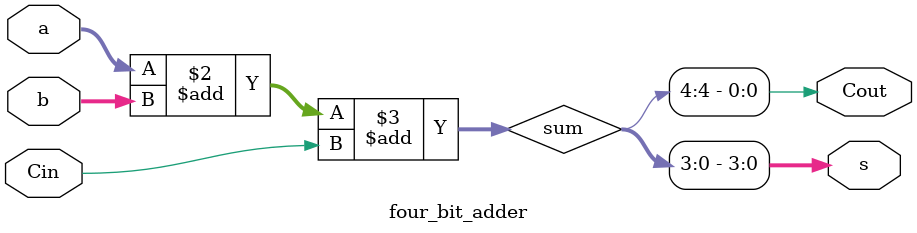
<source format=sv>
`timescale 1ns / 1ps

module four_bit_adder(
input logic [3:0]a,
input logic [3:0]b,
input logic Cin,
output logic [3:0]s,
output logic Cout
    );

logic [4:0]sum;


always @ (*)
begin
    sum = a + b + Cin;
    Cout = sum[4];  
end    

assign s = sum [3:0];

endmodule

</source>
